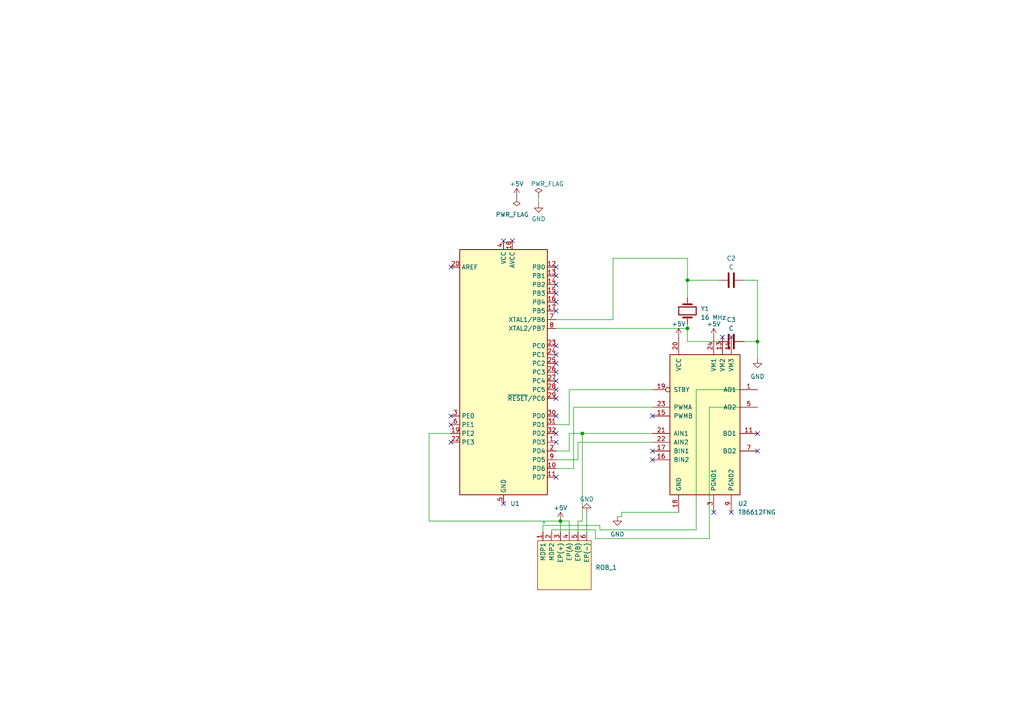
<source format=kicad_sch>
(kicad_sch (version 20230121) (generator eeschema)
  (paper "A4")
  (lib_symbols
    (symbol "DC_MOTOR_ENCODER:ROB-16413"
      (property "Reference" "ROB_16413" (at 0 10.795 0))
      (symbol "ROB-16413_0_1"
        (rectangle (start -7.239 9.144) (end 6.985 -6.35) (fill (type background)))
      )
      (symbol "ROB-16413_1_0"
        (pin bidirectional line (at 9.525 7.62 180) (length 2.54) (name "MDP1") (number "1"))
        (pin bidirectional line (at 9.525 5.08 180) (length 2.54) (name "MDP2") (number "2"))
        (pin input line (at 9.525 2.54 180) (length 2.54) (name "EP(+)") (number "3"))
        (pin output line (at 9.525 0 180) (length 2.54) (name "EP(A)") (number "4"))
        (pin output line (at 9.525 -2.54 180) (length 2.54) (name "EP(B)") (number "5"))
        (pin output line (at 9.525 -5.08 180) (length 2.54) (name "EP(-)") (number "6"))
      )
    )
    (symbol "Device:C" (pin_numbers hide) (pin_names (offset 0.254))
      (property "Reference" "C" (at 0.635 2.54 0))
      (property "Value" "C" (at 0.635 -2.54 0))
      (symbol "C_0_1"
        (polyline (pts (xy -2.032 -0.762) (xy 2.032 -0.762)) (stroke (width 0.508)))
        (polyline (pts (xy -2.032 0.762) (xy 2.032 0.762)) (stroke (width 0.508)))
      )
      (symbol "C_1_1"
        (pin passive line (at 0 3.81 270) (length 2.794) (name "~") (number "1"))
        (pin passive line (at 0 -3.81 90) (length 2.794) (name "~") (number "2"))
      )
    )
    (symbol "Device:Crystal" (pin_numbers hide) (pin_names (offset 1.016) hide)
      (property "Reference" "Y" (at 0 3.81 0))
      (property "Value" "Crystal" (at 0 -3.81 0))
      (symbol "Crystal_0_1"
        (rectangle (start -1.143 2.54) (end 1.143 -2.54) (stroke (width 0.3048)))
        (polyline (pts (xy -2.54 0) (xy -1.905 0)))
        (polyline (pts (xy -1.905 -1.27) (xy -1.905 1.27)) (stroke (width 0.508)))
        (polyline (pts (xy 1.905 -1.27) (xy 1.905 1.27)) (stroke (width 0.508)))
        (polyline (pts (xy 2.54 0) (xy 1.905 0)))
      )
      (symbol "Crystal_1_1"
        (pin passive line (at -3.81 0 0) (length 1.27) (name "1") (number "1"))
        (pin passive line (at 3.81 0 180) (length 1.27) (name "2") (number "2"))
      )
    )
    (symbol "Driver_Motor:TB6612FNG" (pin_names (offset 1.016))
      (property "Reference" "U" (at 11.43 17.78 0))
      (property "Value" "TB6612FNG" (at 11.43 15.24 0))
      (symbol "TB6612FNG_0_1"
        (rectangle (start -10.16 20.32) (end 10.16 -20.32) (stroke (width 0.254)) (fill (type background)))
      )
      (symbol "TB6612FNG_1_1"
        (pin output line (at 15.24 10.16 180) (length 5.08) (name "AO1") (number "1"))
        (pin passive line (at 7.62 -25.4 90) (length 5.08) hide (name "PGND2") (number "10"))
        (pin output line (at 15.24 -2.54 180) (length 5.08) (name "BO1") (number "11"))
        (pin passive line (at 15.24 -2.54 180) (length 5.08) hide (name "BO1") (number "12"))
        (pin power_in line (at 5.08 25.4 270) (length 5.08) (name "VM2") (number "13"))
        (pin power_in line (at 7.62 25.4 270) (length 5.08) (name "VM3") (number "14"))
        (pin input line (at -15.24 2.54 0) (length 5.08) (name "PWMB") (number "15"))
        (pin input line (at -15.24 -10.16 0) (length 5.08) (name "BIN2") (number "16"))
        (pin input line (at -15.24 -7.62 0) (length 5.08) (name "BIN1") (number "17"))
        (pin power_in line (at -7.62 -25.4 90) (length 5.08) (name "GND") (number "18"))
        (pin input inverted (at -15.24 10.16 0) (length 5.08) (name "STBY") (number "19"))
        (pin passive line (at 15.24 10.16 180) (length 5.08) hide (name "AO1") (number "2"))
        (pin power_in line (at -7.62 25.4 270) (length 5.08) (name "VCC") (number "20"))
        (pin input line (at -15.24 -2.54 0) (length 5.08) (name "AIN1") (number "21"))
        (pin input line (at -15.24 -5.08 0) (length 5.08) (name "AIN2") (number "22"))
        (pin input line (at -15.24 5.08 0) (length 5.08) (name "PWMA") (number "23"))
        (pin power_in line (at 2.54 25.4 270) (length 5.08) (name "VM1") (number "24"))
        (pin power_in line (at 2.54 -25.4 90) (length 5.08) (name "PGND1") (number "3"))
        (pin passive line (at 2.54 -25.4 90) (length 5.08) hide (name "PGND1") (number "4"))
        (pin output line (at 15.24 5.08 180) (length 5.08) (name "AO2") (number "5"))
        (pin passive line (at 15.24 5.08 180) (length 5.08) hide (name "AO2") (number "6"))
        (pin output line (at 15.24 -7.62 180) (length 5.08) (name "BO2") (number "7"))
        (pin passive line (at 15.24 -7.62 180) (length 5.08) hide (name "BO2") (number "8"))
        (pin power_in line (at 7.62 -25.4 90) (length 5.08) (name "PGND2") (number "9"))
      )
    )
    (symbol "MCU_Microchip_ATmega:ATmega328PB-A"
      (property "Reference" "U" (at -12.7 36.83 0))
      (property "Value" "ATmega328PB-A" (at 2.54 -36.83 0))
      (symbol "ATmega328PB-A_0_1"
        (rectangle (start -12.7 -35.56) (end 12.7 35.56) (stroke (width 0.254)) (fill (type background)))
      )
      (symbol "ATmega328PB-A_1_1"
        (pin bidirectional line (at 15.24 -20.32 180) (length 2.54) (name "PD3") (number "1"))
        (pin bidirectional line (at 15.24 -27.94 180) (length 2.54) (name "PD6") (number "10"))
        (pin bidirectional line (at 15.24 -30.48 180) (length 2.54) (name "PD7") (number "11"))
        (pin bidirectional line (at 15.24 30.48 180) (length 2.54) (name "PB0") (number "12"))
        (pin bidirectional line (at 15.24 27.94 180) (length 2.54) (name "PB1") (number "13"))
        (pin bidirectional line (at 15.24 25.4 180) (length 2.54) (name "PB2") (number "14"))
        (pin bidirectional line (at 15.24 22.86 180) (length 2.54) (name "PB3") (number "15"))
        (pin bidirectional line (at 15.24 20.32 180) (length 2.54) (name "PB4") (number "16"))
        (pin bidirectional line (at 15.24 17.78 180) (length 2.54) (name "PB5") (number "17"))
        (pin power_in line (at 2.54 38.1 270) (length 2.54) (name "AVCC") (number "18"))
        (pin bidirectional line (at -15.24 -17.78 0) (length 2.54) (name "PE2") (number "19"))
        (pin bidirectional line (at 15.24 -22.86 180) (length 2.54) (name "PD4") (number "2"))
        (pin passive line (at -15.24 30.48 0) (length 2.54) (name "AREF") (number "20"))
        (pin passive line (at 0 -38.1 90) (length 2.54) hide (name "GND") (number "21"))
        (pin bidirectional line (at -15.24 -20.32 0) (length 2.54) (name "PE3") (number "22"))
        (pin bidirectional line (at 15.24 7.62 180) (length 2.54) (name "PC0") (number "23"))
        (pin bidirectional line (at 15.24 5.08 180) (length 2.54) (name "PC1") (number "24"))
        (pin bidirectional line (at 15.24 2.54 180) (length 2.54) (name "PC2") (number "25"))
        (pin bidirectional line (at 15.24 0 180) (length 2.54) (name "PC3") (number "26"))
        (pin bidirectional line (at 15.24 -2.54 180) (length 2.54) (name "PC4") (number "27"))
        (pin bidirectional line (at 15.24 -5.08 180) (length 2.54) (name "PC5") (number "28"))
        (pin bidirectional line (at 15.24 -7.62 180) (length 2.54) (name "~{RESET}/PC6") (number "29"))
        (pin bidirectional line (at -15.24 -12.7 0) (length 2.54) (name "PE0") (number "3"))
        (pin bidirectional line (at 15.24 -12.7 180) (length 2.54) (name "PD0") (number "30"))
        (pin bidirectional line (at 15.24 -15.24 180) (length 2.54) (name "PD1") (number "31"))
        (pin bidirectional line (at 15.24 -17.78 180) (length 2.54) (name "PD2") (number "32"))
        (pin power_in line (at 0 38.1 270) (length 2.54) (name "VCC") (number "4"))
        (pin power_in line (at 0 -38.1 90) (length 2.54) (name "GND") (number "5"))
        (pin bidirectional line (at -15.24 -15.24 0) (length 2.54) (name "PE1") (number "6"))
        (pin bidirectional line (at 15.24 15.24 180) (length 2.54) (name "XTAL1/PB6") (number "7"))
        (pin bidirectional line (at 15.24 12.7 180) (length 2.54) (name "XTAL2/PB7") (number "8"))
        (pin bidirectional line (at 15.24 -25.4 180) (length 2.54) (name "PD5") (number "9"))
      )
    )
    (symbol "power:+5V" (power) (pin_names (offset 0))
      (property "Value" "+5V" (at 0 3.556 0))
      (symbol "+5V_0_1"
        (polyline (pts (xy -0.762 1.27) (xy 0 2.54)))
        (polyline (pts (xy 0 0) (xy 0 2.54)))
        (polyline (pts (xy 0 2.54) (xy 0.762 1.27)))
      )
      (symbol "+5V_1_1"
        (pin power_in line (at 0 0 90) (length 0) hide (name "+5V") (number "1"))
      )
    )
    (symbol "power:GND" (power) (pin_names (offset 0))
      (property "Value" "GND" (at 0 -3.81 0))
      (symbol "GND_0_1"
        (polyline (pts (xy 0 0) (xy 0 -1.27) (xy 1.27 -1.27) (xy 0 -2.54) (xy -1.27 -1.27) (xy 0 -1.27)))
      )
      (symbol "GND_1_1"
        (pin power_in line (at 0 0 270) (length 0) hide (name "GND") (number "1"))
      )
    )
    (symbol "power:PWR_FLAG" (power) (pin_numbers hide) (pin_names (offset 0) hide)
      (property "Value" "PWR_FLAG" (at 0 3.81 0))
      (symbol "PWR_FLAG_0_0"
        (pin power_out line (at 0 0 90) (length 0) (name "pwr") (number "1"))
      )
      (symbol "PWR_FLAG_0_1"
        (polyline (pts (xy 0 0) (xy 0 1.27) (xy -1.016 1.905) (xy 0 2.54) (xy 1.016 1.905) (xy 0 1.27)))
      )
    )
  )
  (junction (at 199.39 95.25))
  (junction (at 162.56 151.13))
  (junction (at 168.91 125.73))
  (junction (at 219.71 99.06))
  (junction (at 199.39 81.28))
  (no_connect (at 130.81 123.19))
  (no_connect (at 161.29 128.27))
  (no_connect (at 189.23 130.81))
  (no_connect (at 209.55 97.79))
  (no_connect (at 219.71 130.81))
  (no_connect (at 146.05 146.05))
  (no_connect (at 161.29 120.65))
  (no_connect (at 161.29 82.55))
  (no_connect (at 189.23 120.65))
  (no_connect (at 189.23 133.35))
  (no_connect (at 161.29 107.95))
  (no_connect (at 161.29 113.03))
  (no_connect (at 161.29 138.43))
  (no_connect (at 207.01 148.59))
  (no_connect (at 161.29 90.17))
  (no_connect (at 161.29 87.63))
  (no_connect (at 161.29 125.73))
  (no_connect (at 161.29 85.09))
  (no_connect (at 161.29 115.57))
  (no_connect (at 161.29 80.01))
  (no_connect (at 148.59 69.85))
  (no_connect (at 130.81 77.47))
  (no_connect (at 161.29 105.41))
  (no_connect (at 219.71 125.73))
  (no_connect (at 212.09 148.59))
  (no_connect (at 161.29 110.49))
  (no_connect (at 161.29 102.87))
  (no_connect (at 161.29 77.47))
  (no_connect (at 130.81 128.27))
  (no_connect (at 212.09 97.79))
  (no_connect (at 146.05 69.85))
  (no_connect (at 161.29 100.33))
  (no_connect (at 130.81 120.65))
  (wire (pts (xy 167.64 128.27) (xy 189.23 128.27)))
  (wire (pts (xy 199.39 99.06) (xy 199.39 95.25)))
  (wire (pts (xy 165.1 125.73) (xy 168.91 125.73)))
  (wire (pts (xy 167.64 151.13) (xy 167.64 154.305)))
  (wire (pts (xy 124.46 151.13) (xy 124.46 125.73)))
  (wire (pts (xy 161.29 123.19) (xy 165.1 123.19)))
  (wire (pts (xy 124.46 125.73) (xy 130.81 125.73)))
  (wire (pts (xy 205.74 118.11) (xy 205.74 156.21)))
  (wire (pts (xy 161.29 92.71) (xy 177.8 92.71)))
  (wire (pts (xy 173.99 152.4) (xy 157.48 152.4)))
  (wire (pts (xy 196.85 148.59) (xy 180.34 148.59)))
  (wire (pts (xy 173.99 153.67) (xy 173.99 152.4)))
  (wire (pts (xy 157.48 152.4) (xy 157.48 154.305)))
  (wire (pts (xy 205.74 156.21) (xy 172.72 156.21)))
  (wire (pts (xy 160.02 153.67) (xy 160.02 154.305)))
  (wire (pts (xy 162.56 151.13) (xy 162.56 154.305)))
  (wire (pts (xy 199.39 86.36) (xy 199.39 81.28)))
  (wire (pts (xy 180.34 148.59) (xy 180.34 149.86)))
  (wire (pts (xy 219.71 99.06) (xy 215.9 99.06)))
  (wire (pts (xy 161.29 135.89) (xy 166.37 135.89)))
  (wire (pts (xy 199.39 74.93) (xy 199.39 81.28)))
  (wire (pts (xy 177.8 74.93) (xy 199.39 74.93)))
  (wire (pts (xy 172.72 156.21) (xy 172.72 153.67)))
  (wire (pts (xy 161.29 130.81) (xy 165.1 130.81)))
  (wire (pts (xy 199.39 81.28) (xy 208.28 81.28)))
  (wire (pts (xy 170.18 148.59) (xy 170.18 154.305)))
  (wire (pts (xy 172.72 153.67) (xy 160.02 153.67)))
  (wire (pts (xy 162.56 151.13) (xy 124.46 151.13)))
  (wire (pts (xy 199.39 95.25) (xy 199.39 93.98)))
  (wire (pts (xy 215.9 81.28) (xy 219.71 81.28)))
  (wire (pts (xy 165.1 154.305) (xy 165.1 151.13)))
  (wire (pts (xy 168.91 125.73) (xy 168.91 151.13)))
  (wire (pts (xy 161.29 95.25) (xy 199.39 95.25)))
  (wire (pts (xy 165.1 123.19) (xy 165.1 113.03)))
  (wire (pts (xy 219.71 118.11) (xy 205.74 118.11)))
  (wire (pts (xy 219.71 113.03) (xy 201.93 113.03)))
  (wire (pts (xy 201.93 113.03) (xy 201.93 153.67)))
  (wire (pts (xy 219.71 81.28) (xy 219.71 99.06)))
  (wire (pts (xy 168.91 125.73) (xy 189.23 125.73)))
  (wire (pts (xy 208.28 99.06) (xy 199.39 99.06)))
  (wire (pts (xy 166.37 118.11) (xy 189.23 118.11)))
  (wire (pts (xy 219.71 99.06) (xy 219.71 104.14)))
  (wire (pts (xy 165.1 151.13) (xy 162.56 151.13)))
  (wire (pts (xy 167.64 133.35) (xy 167.64 128.27)))
  (wire (pts (xy 166.37 135.89) (xy 166.37 118.11)))
  (wire (pts (xy 168.91 151.13) (xy 167.64 151.13)))
  (wire (pts (xy 179.07 149.86) (xy 180.34 149.86)))
  (wire (pts (xy 177.8 92.71) (xy 177.8 74.93)))
  (wire (pts (xy 165.1 113.03) (xy 189.23 113.03)))
  (wire (pts (xy 161.29 133.35) (xy 167.64 133.35)))
  (wire (pts (xy 156.21 57.15) (xy 156.21 59.055)))
  (wire (pts (xy 165.1 130.81) (xy 165.1 125.73)))
  (wire (pts (xy 201.93 153.67) (xy 173.99 153.67)))
  (symbol (lib_id "power:+5V") (at 207.01 97.79 0) (unit 1)
    (property "Reference" "#PWR02" (effects hide))
    (property "Value" "+5V" (at 207.01 93.98 0))
  )
  (symbol (lib_id "power:GND") (at 156.21 59.055 0) (unit 1)
    (property "Reference" "#PWR05" (effects hide))
    (property "Value" "GND" (at 156.21 63.5 0))
  )
  (symbol (lib_id "Device:C") (at 212.09 81.28 270) (unit 1)
    (property "Reference" "C2" (at 212.09 74.93 90))
    (property "Value" "C" (at 212.09 77.47 90))
  )
  (symbol (lib_id "Driver_Motor:TB6612FNG") (at 204.47 123.19 0) (unit 1)
    (property "Reference" "U2" (at 214.0459 146.05 0) (effects (justify left)))
    (property "Value" "TB6612FNG" (at 214.0459 148.59 0) (effects (justify left)))
    (property "Footprint" "Package_SO:SSOP-24_5.3x8.2mm_P0.65mm" (effects hide))
    (property "Datasheet" "https://toshiba.semicon-storage.com/us/product/linear/motordriver/detail.TB6612FNG.html" (effects hide))
  )
  (symbol (lib_id "power:PWR_FLAG") (at 149.86 57.15 180) (unit 1)
    (property "Reference" "#FLG01" (effects hide))
    (property "Value" "PWR_FLAG" (at 148.59 62.23 0))
  )
  (symbol (lib_id "power:+5V") (at 149.86 57.15 0) (unit 1)
    (property "Reference" "#PWR04" (effects hide))
    (property "Value" "+5V" (at 149.86 53.34 0))
  )
  (symbol (lib_id "power:GND") (at 179.07 149.86 0) (unit 1)
    (property "Reference" "#PWR03" (effects hide))
    (property "Value" "GND" (at 179.07 154.94 0))
  )
  (symbol (lib_id "power:+5V") (at 162.56 151.13 0) (unit 1)
    (property "Reference" "#PWR06" (effects hide))
    (property "Value" "+5V" (at 162.56 147.32 0))
  )
  (symbol (lib_id "power:+5V") (at 196.85 97.79 0) (unit 1)
    (property "Reference" "#PWR01" (effects hide))
    (property "Value" "+5V" (at 196.85 93.98 0))
  )
  (symbol (lib_id "MCU_Microchip_ATmega:ATmega328PB-A") (at 146.05 107.95 0) (unit 1)
    (property "Reference" "U1" (at 148.0059 146.05 0) (effects (justify left)))
    (property "Value" "ATmega328PB-A" (effects hide))
    (property "Footprint" "Package_QFP:TQFP-32_7x7mm_P0.8mm" (effects hide))
    (property "Datasheet" "http://ww1.microchip.com/downloads/en/DeviceDoc/40001906C.pdf" (effects hide))
  )
  (symbol (lib_id "power:GND") (at 219.71 104.14 0) (unit 1)
    (property "Reference" "#PWR09" (effects hide))
    (property "Value" "GND" (at 219.71 109.22 0))
  )
  (symbol (lib_id "power:GND") (at 170.18 148.59 180) (unit 1)
    (property "Reference" "#PWR07" (effects hide))
    (property "Value" "GND" (at 170.18 144.78 0))
  )
  (symbol (lib_id "power:PWR_FLAG") (at 156.21 57.15 0) (unit 1)
    (property "Reference" "#FLG02" (effects hide))
    (property "Value" "PWR_FLAG" (at 158.75 53.34 0))
  )
  (symbol (lib_id "Device:Crystal") (at 199.39 90.17 90) (unit 1)
    (property "Reference" "Y1" (at 203.2 89.535 90) (effects (justify right)))
    (property "Value" "16 MHz" (at 203.2 92.075 90) (effects (justify right)))
  )
  (symbol (lib_id "Device:C") (at 212.09 99.06 270) (unit 1)
    (property "Reference" "C3" (at 212.09 92.71 90))
    (property "Value" "C" (at 212.09 95.25 90))
  )
  (symbol (lib_id "DC_MOTOR_ENCODER:ROB-16413") (at 165.1 163.83 90) (unit 1)
    (property "Reference" "ROB_1" (at 172.72 164.592 90) (effects (justify right)))
    (property "Value" "~" (at 157.734 151.511 0))
  )
)
</source>
